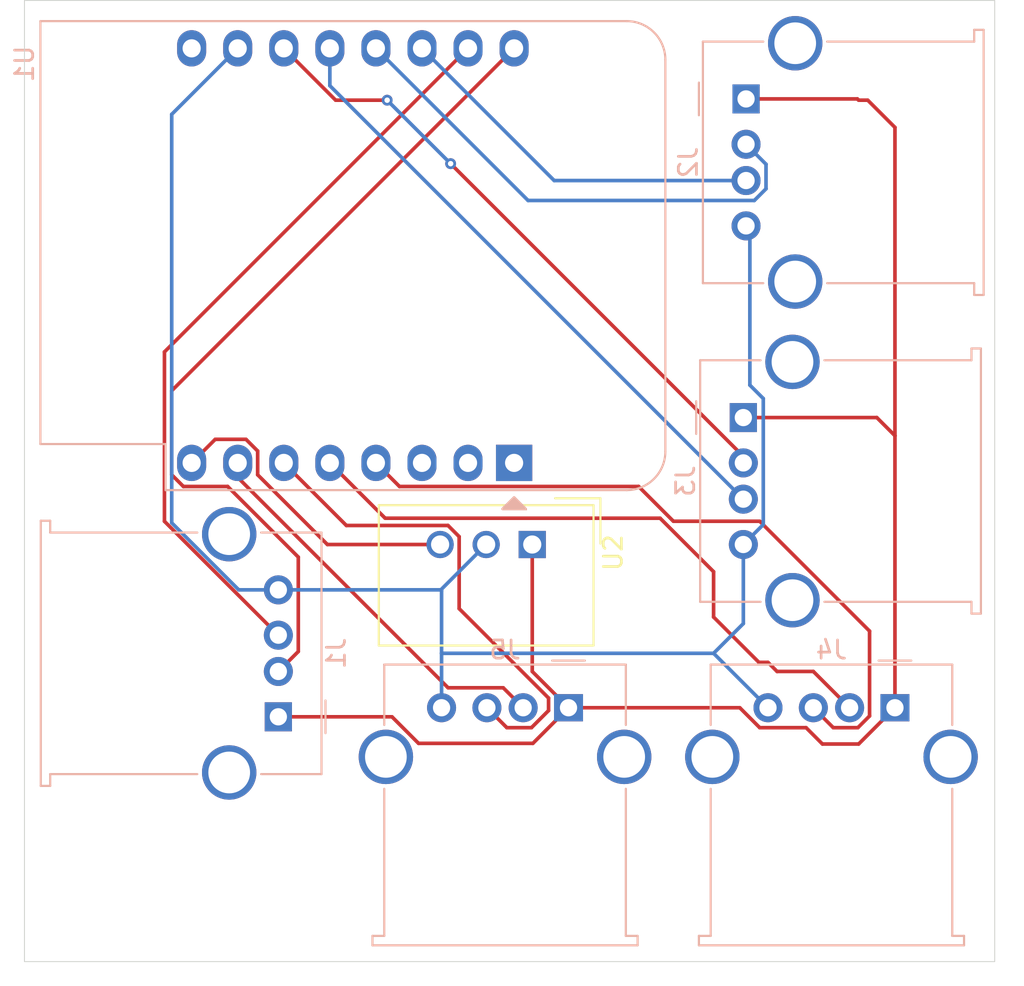
<source format=kicad_pcb>
(kicad_pcb (version 20240108) (generator "pcbnew") (generator_version "8.0")
  (layers (0 "F.Cu" signal) (31 "B.Cu" signal) (34 "B.Paste" user) (35 "F.Paste" user) (36 "B.SilkS" user "B.Silkscreen") (37 "F.SilkS" user "F.Silkscreen") (38 "B.Mask" user) (39 "F.Mask" user) (44 "Edge.Cuts" user))
  (net 0 "")
  (net 1 "Net-(J2-D+)")
  (net 3 "Net-(J4-D+)")
  (net 5 "Net-(J1-D+)")
  (net 7 "Net-(J5-D+)")
  (net 9 "Net-(J3-D-)")
  (net 10 "Net-(J5-D-)")
  (net 11 "Net-(J3-D+)")
  (net 12 "Net-(J2-D-)")
  (net 13 "Net-(U1-3V3)")
  (net 14 "Net-(J4-D-)")
  (net 15 "Net-(J1-D-)")
  (net 16 "Net-(J1-VBUS)")
  (footprint "Converter_DCDC:Converter_DCDC_TRACO_TSR1-xxxxE_THT" (layer "F.Cu") (at 98.5 127 -90)
    (property "Reference" "U2" (at 0.45 -4.46 90) (layer "F.SilkS"))
    (property "Value" "TSR1-2433E")
    (fp_line (start -2.17 8.46) (end 5.57 8.46) (stroke (width 0.12)) (layer "F.SilkS"))
    (fp_line (start -2.55 -1.26) (end -2.55 -3.76) (stroke (width 0.12)) (layer "F.SilkS"))
    (fp_line (start -2.17 -3.38) (end -2.17 8.46) (stroke (width 0.12)) (layer "F.SilkS"))
    (fp_line (start -2.17 -3.38) (end 5.57 -3.38) (stroke (width 0.12)) (layer "F.SilkS"))
    (fp_line (start 5.57 -3.38) (end 5.57 8.46) (stroke (width 0.12)) (layer "F.SilkS"))
    (fp_line (start -2.55 -3.76) (end -0.05 -3.76) (stroke (width 0.12)) (layer "F.SilkS"))
    (pad "1" thru_hole rect (at 0 0 270) (size 1.5 1.5) (drill 1) (layers "*.Cu" "*.Mask") (net 16 "Net-(J1-VBUS)"))
    (pad "2" thru_hole circle (at 0 2.54 270) (size 1.5 1.5) (drill 1) (layers "*.Cu" "*.Mask") (net 15 "Net-(J1-D-)"))
    (pad "3" thru_hole circle (at 0 5.08 270) (size 1.5 1.5) (drill 1) (layers "*.Cu" "*.Mask") (net 13 "Net-(U1-3V3)"))
  )
  (footprint "Connector_USB:USB_A_Molex_67643_Horizontal" (layer "B.Cu") (at 100.5 136 180)
    (property "Reference" "J5" (at 3.5 3.19 0) (layer "B.SilkS") (effects (justify mirror)))
    (property "Value" "USB_A")
    (fp_line (start 10.81 -12.58) (end 10.81 -13.1) (stroke (width 0.12)) (layer "B.SilkS"))
    (fp_line (start 10.81 -13.1) (end -3.81 -13.1) (stroke (width 0.12)) (layer "B.SilkS"))
    (fp_line (start 10.16 2.38) (end -3.16 2.38) (stroke (width 0.12)) (layer "B.SilkS"))
    (fp_line (start 10.16 -0.95) (end 10.16 2.38) (stroke (width 0.12)) (layer "B.SilkS"))
    (fp_line (start 10.16 -12.58) (end 10.81 -12.58) (stroke (width 0.12)) (layer "B.SilkS"))
    (fp_line (start 10.16 -12.58) (end 10.16 -4.47) (stroke (width 0.12)) (layer "B.SilkS"))
    (fp_line (start 0.9 2.6) (end -0.9 2.6) (stroke (width 0.12)) (layer "B.SilkS"))
    (fp_line (start -3.16 -0.95) (end -3.16 2.38) (stroke (width 0.12)) (layer "B.SilkS"))
    (fp_line (start -3.16 -4.47) (end -3.16 -12.58) (stroke (width 0.12)) (layer "B.SilkS"))
    (fp_line (start -3.81 -12.58) (end -3.16 -12.58) (stroke (width 0.12)) (layer "B.SilkS"))
    (fp_line (start -3.81 -13.1) (end -3.81 -12.58) (stroke (width 0.12)) (layer "B.SilkS"))
    (pad "1" thru_hole rect (at 0 0 180) (size 1.6 1.5) (drill 0.95) (layers "*.Cu" "*.Mask") (net 16 "Net-(J1-VBUS)"))
    (pad "2" thru_hole circle (at 2.5 0 180) (size 1.6 1.6) (drill 0.95) (layers "*.Cu" "*.Mask") (net 10 "Net-(J5-D-)"))
    (pad "3" thru_hole circle (at 4.5 0 180) (size 1.6 1.6) (drill 0.95) (layers "*.Cu" "*.Mask") (net 7 "Net-(J5-D+)"))
    (pad "4" thru_hole circle (at 7 0 180) (size 1.6 1.6) (drill 0.95) (layers "*.Cu" "*.Mask") (net 15 "Net-(J1-D-)"))
    (pad "5" thru_hole circle (at -3.07 -2.71 180) (size 3 3) (drill 2.3) (layers "*.Cu" "*.Mask"))
    (pad "5" thru_hole circle (at 10.07 -2.71 180) (size 3 3) (drill 2.3) (layers "*.Cu" "*.Mask"))
  )
  (footprint "Connector_USB:USB_A_Molex_67643_Horizontal" (layer "B.Cu") (at 110.14 120 -90)
    (property "Reference" "J3" (at 3.5 3.19 90) (layer "B.SilkS") (effects (justify mirror)))
    (property "Value" "USB_A")
    (fp_line (start 0.9 2.6) (end -0.9 2.6) (stroke (width 0.12)) (layer "B.SilkS"))
    (fp_line (start 10.16 2.38) (end -3.16 2.38) (stroke (width 0.12)) (layer "B.SilkS"))
    (fp_line (start -3.16 -0.95) (end -3.16 2.38) (stroke (width 0.12)) (layer "B.SilkS"))
    (fp_line (start 10.16 -0.95) (end 10.16 2.38) (stroke (width 0.12)) (layer "B.SilkS"))
    (fp_line (start -3.16 -4.47) (end -3.16 -12.58) (stroke (width 0.12)) (layer "B.SilkS"))
    (fp_line (start -3.81 -12.58) (end -3.16 -12.58) (stroke (width 0.12)) (layer "B.SilkS"))
    (fp_line (start 10.16 -12.58) (end 10.16 -4.47) (stroke (width 0.12)) (layer "B.SilkS"))
    (fp_line (start 10.16 -12.58) (end 10.81 -12.58) (stroke (width 0.12)) (layer "B.SilkS"))
    (fp_line (start 10.81 -12.58) (end 10.81 -13.1) (stroke (width 0.12)) (layer "B.SilkS"))
    (fp_line (start -3.81 -13.1) (end -3.81 -12.58) (stroke (width 0.12)) (layer "B.SilkS"))
    (fp_line (start 10.81 -13.1) (end -3.81 -13.1) (stroke (width 0.12)) (layer "B.SilkS"))
    (pad "1" thru_hole rect (at 0 0 270) (size 1.6 1.5) (drill 0.95) (layers "*.Cu" "*.Mask") (net 16 "Net-(J1-VBUS)"))
    (pad "2" thru_hole circle (at 2.5 0 270) (size 1.6 1.6) (drill 0.95) (layers "*.Cu" "*.Mask") (net 9 "Net-(J3-D-)"))
    (pad "3" thru_hole circle (at 4.5 0 270) (size 1.6 1.6) (drill 0.95) (layers "*.Cu" "*.Mask") (net 11 "Net-(J3-D+)"))
    (pad "4" thru_hole circle (at 7 0 270) (size 1.6 1.6) (drill 0.95) (layers "*.Cu" "*.Mask") (net 15 "Net-(J1-D-)"))
    (pad "5" thru_hole circle (at -3.07 -2.71 270) (size 3 3) (drill 2.3) (layers "*.Cu" "*.Mask"))
    (pad "5" thru_hole circle (at 10.07 -2.71 270) (size 3 3) (drill 2.3) (layers "*.Cu" "*.Mask"))
  )
  (footprint "Connector_USB:USB_A_Molex_67643_Horizontal" (layer "B.Cu") (at 84.5 136.5 90)
    (property "Reference" "J1" (at 3.5 3.19 90) (layer "B.SilkS") (effects (justify mirror)))
    (property "Value" "USB_A")
    (fp_line (start 10.81 -13.1) (end -3.81 -13.1) (stroke (width 0.12)) (layer "B.SilkS"))
    (fp_line (start -3.81 -13.1) (end -3.81 -12.58) (stroke (width 0.12)) (layer "B.SilkS"))
    (fp_line (start 10.81 -12.58) (end 10.81 -13.1) (stroke (width 0.12)) (layer "B.SilkS"))
    (fp_line (start 10.16 -12.58) (end 10.81 -12.58) (stroke (width 0.12)) (layer "B.SilkS"))
    (fp_line (start 10.16 -12.58) (end 10.16 -4.47) (stroke (width 0.12)) (layer "B.SilkS"))
    (fp_line (start -3.81 -12.58) (end -3.16 -12.58) (stroke (width 0.12)) (layer "B.SilkS"))
    (fp_line (start -3.16 -4.47) (end -3.16 -12.58) (stroke (width 0.12)) (layer "B.SilkS"))
    (fp_line (start 10.16 -0.95) (end 10.16 2.38) (stroke (width 0.12)) (layer "B.SilkS"))
    (fp_line (start -3.16 -0.95) (end -3.16 2.38) (stroke (width 0.12)) (layer "B.SilkS"))
    (fp_line (start 10.16 2.38) (end -3.16 2.38) (stroke (width 0.12)) (layer "B.SilkS"))
    (fp_line (start 0.9 2.6) (end -0.9 2.6) (stroke (width 0.12)) (layer "B.SilkS"))
    (pad "1" thru_hole rect (at 0 0 90) (size 1.6 1.5) (drill 0.95) (layers "*.Cu" "*.Mask") (net 16 "Net-(J1-VBUS)"))
    (pad "2" thru_hole circle (at 2.5 0 90) (size 1.6 1.6) (drill 0.95) (layers "*.Cu" "*.Mask") (net 15 "Net-(J1-D-)"))
    (pad "3" thru_hole circle (at 4.5 0 90) (size 1.6 1.6) (drill 0.95) (layers "*.Cu" "*.Mask") (net 5 "Net-(J1-D+)"))
    (pad "4" thru_hole circle (at 7 0 90) (size 1.6 1.6) (drill 0.95) (layers "*.Cu" "*.Mask") (net 15 "Net-(J1-D-)"))
    (pad "5" thru_hole circle (at -3.07 -2.71 90) (size 3 3) (drill 2.3) (layers "*.Cu" "*.Mask"))
    (pad "5" thru_hole circle (at 10.07 -2.71 90) (size 3 3) (drill 2.3) (layers "*.Cu" "*.Mask"))
  )
  (footprint "Module:WEMOS_D1_mini_light" (layer "B.Cu") (at 97.5 122.5 90)
    (property "Reference" "U1" (at 22 -27 90) (layer "B.SilkS") (effects (justify mirror)))
    (property "Value" "WeMos_D1_mini")
    (fp_line (start 24.36 -26.12) (end 1.04 -26.12) (stroke (width 0.12)) (layer "B.SilkS"))
    (fp_line (start 1.04 -26.12) (end 1.04 -19.22) (stroke (width 0.12)) (layer "B.SilkS"))
    (fp_line (start 1.04 -19.22) (end -1.5 -19.22) (stroke (width 0.12)) (layer "B.SilkS"))
    (fp_line (start 24.36 6.21) (end 24.36 -26.12) (stroke (width 0.12)) (layer "B.SilkS"))
    (fp_line (start -1.5 6.21) (end -1.5 -19.22) (stroke (width 0.12)) (layer "B.SilkS"))
    (fp_line (start 0.63 8.34) (end 22.24 8.34) (stroke (width 0.12)) (layer "B.SilkS"))
    (fp_arc (start 24.36 6.21) (mid 23.736137 7.716137) (end 22.23 8.34) (stroke (width 0.12)) (layer "B.SilkS"))
    (fp_arc (start 0.63 8.34) (mid -0.876137 7.716137) (end -1.5 6.21) (stroke (width 0.12)) (layer "B.SilkS"))
    (fp_poly (pts (xy -2.54 0.635) (xy -2.54 -0.635) (xy -1.905 0)) (stroke (width 0.15)) (fill solid) (layer "B.SilkS"))
    (pad "1" thru_hole rect (at 0 0 90) (size 2 2) (drill 1) (layers "*.Cu" "*.Mask"))
    (pad "2" thru_hole oval (at 0 -2.54 90) (size 2 1.6) (drill 1) (layers "*.Cu" "*.Mask"))
    (pad "3" thru_hole oval (at 0 -5.08 90) (size 2 1.6) (drill 1) (layers "*.Cu" "*.Mask"))
    (pad "4" thru_hole oval (at 0 -7.62 90) (size 2 1.6) (drill 1) (layers "*.Cu" "*.Mask") (net 3 "Net-(J4-D+)"))
    (pad "5" thru_hole oval (at 0 -10.16 90) (size 2 1.6) (drill 1) (layers "*.Cu" "*.Mask") (net 14 "Net-(J4-D-)"))
    (pad "6" thru_hole oval (at 0 -12.7 90) (size 2 1.6) (drill 1) (layers "*.Cu" "*.Mask") (net 7 "Net-(J5-D+)"))
    (pad "7" thru_hole oval (at 0 -15.24 90) (size 2 1.6) (drill 1) (layers "*.Cu" "*.Mask") (net 10 "Net-(J5-D-)"))
    (pad "8" thru_hole oval (at 0 -17.78 90) (size 2 1.6) (drill 1) (layers "*.Cu" "*.Mask") (net 13 "Net-(U1-3V3)"))
    (pad "9" thru_hole oval (at 22.86 -17.78 90) (size 2 1.6) (drill 1) (layers "*.Cu" "*.Mask"))
    (pad "10" thru_hole oval (at 22.86 -15.24 90) (size 2 1.6) (drill 1) (layers "*.Cu" "*.Mask") (net 15 "Net-(J1-D-)"))
    (pad "11" thru_hole oval (at 22.86 -12.7 90) (size 2 1.6) (drill 1) (layers "*.Cu" "*.Mask") (net 9 "Net-(J3-D-)"))
    (pad "12" thru_hole oval (at 22.86 -10.16 90) (size 2 1.6) (drill 1) (layers "*.Cu" "*.Mask") (net 11 "Net-(J3-D+)"))
    (pad "13" thru_hole oval (at 22.86 -7.62 90) (size 2 1.6) (drill 1) (layers "*.Cu" "*.Mask") (net 12 "Net-(J2-D-)"))
    (pad "14" thru_hole oval (at 22.86 -5.08 90) (size 2 1.6) (drill 1) (layers "*.Cu" "*.Mask") (net 1 "Net-(J2-D+)"))
    (pad "15" thru_hole oval (at 22.86 -2.54 90) (size 2 1.6) (drill 1) (layers "*.Cu" "*.Mask") (net 5 "Net-(J1-D+)"))
    (pad "16" thru_hole oval (at 22.86 0 90) (size 2 1.6) (drill 1) (layers "*.Cu" "*.Mask") (net 15 "Net-(J1-D-)"))
  )
  (footprint "Connector_USB:USB_A_Molex_67643_Horizontal" (layer "B.Cu") (at 118.5 136 180)
    (property "Reference" "J4" (at 3.5 3.19 0) (layer "B.SilkS") (effects (justify mirror)))
    (property "Value" "USB_A")
    (fp_line (start 10.81 -12.58) (end 10.81 -13.1) (stroke (width 0.12)) (layer "B.SilkS"))
    (fp_line (start 10.81 -13.1) (end -3.81 -13.1) (stroke (width 0.12)) (layer "B.SilkS"))
    (fp_line (start 10.16 2.38) (end -3.16 2.38) (stroke (width 0.12)) (layer "B.SilkS"))
    (fp_line (start 10.16 -0.95) (end 10.16 2.38) (stroke (width 0.12)) (layer "B.SilkS"))
    (fp_line (start 10.16 -12.58) (end 10.81 -12.58) (stroke (width 0.12)) (layer "B.SilkS"))
    (fp_line (start 10.16 -12.58) (end 10.16 -4.47) (stroke (width 0.12)) (layer "B.SilkS"))
    (fp_line (start 0.9 2.6) (end -0.9 2.6) (stroke (width 0.12)) (layer "B.SilkS"))
    (fp_line (start -3.16 -0.95) (end -3.16 2.38) (stroke (width 0.12)) (layer "B.SilkS"))
    (fp_line (start -3.16 -4.47) (end -3.16 -12.58) (stroke (width 0.12)) (layer "B.SilkS"))
    (fp_line (start -3.81 -12.58) (end -3.16 -12.58) (stroke (width 0.12)) (layer "B.SilkS"))
    (fp_line (start -3.81 -13.1) (end -3.81 -12.58) (stroke (width 0.12)) (layer "B.SilkS"))
    (pad "1" thru_hole rect (at 0 0 180) (size 1.6 1.5) (drill 0.95) (layers "*.Cu" "*.Mask") (net 16 "Net-(J1-VBUS)"))
    (pad "2" thru_hole circle (at 2.5 0 180) (size 1.6 1.6) (drill 0.95) (layers "*.Cu" "*.Mask") (net 14 "Net-(J4-D-)"))
    (pad "3" thru_hole circle (at 4.5 0 180) (size 1.6 1.6) (drill 0.95) (layers "*.Cu" "*.Mask") (net 3 "Net-(J4-D+)"))
    (pad "4" thru_hole circle (at 7 0 180) (size 1.6 1.6) (drill 0.95) (layers "*.Cu" "*.Mask") (net 15 "Net-(J1-D-)"))
    (pad "5" thru_hole circle (at -3.07 -2.71 180) (size 3 3) (drill 2.3) (layers "*.Cu" "*.Mask"))
    (pad "5" thru_hole circle (at 10.07 -2.71 180) (size 3 3) (drill 2.3) (layers "*.Cu" "*.Mask"))
  )
  (footprint "Connector_USB:USB_A_Molex_67643_Horizontal" (layer "B.Cu") (at 110.29 102.43 -90)
    (property "Reference" "J2" (at 3.5 3.19 90) (layer "B.SilkS") (effects (justify mirror)))
    (property "Value" "USB_A")
    (fp_line (start 0.9 2.6) (end -0.9 2.6) (stroke (width 0.12)) (layer "B.SilkS"))
    (fp_line (start 10.16 2.38) (end -3.16 2.38) (stroke (width 0.12)) (layer "B.SilkS"))
    (fp_line (start -3.16 -0.95) (end -3.16 2.38) (stroke (width 0.12)) (layer "B.SilkS"))
    (fp_line (start 10.16 -0.95) (end 10.16 2.38) (stroke (width 0.12)) (layer "B.SilkS"))
    (fp_line (start -3.16 -4.47) (end -3.16 -12.58) (stroke (width 0.12)) (layer "B.SilkS"))
    (fp_line (start -3.81 -12.58) (end -3.16 -12.58) (stroke (width 0.12)) (layer "B.SilkS"))
    (fp_line (start 10.16 -12.58) (end 10.16 -4.47) (stroke (width 0.12)) (layer "B.SilkS"))
    (fp_line (start 10.16 -12.58) (end 10.81 -12.58) (stroke (width 0.12)) (layer "B.SilkS"))
    (fp_line (start 10.81 -12.58) (end 10.81 -13.1) (stroke (width 0.12)) (layer "B.SilkS"))
    (fp_line (start -3.81 -13.1) (end -3.81 -12.58) (stroke (width 0.12)) (layer "B.SilkS"))
    (fp_line (start 10.81 -13.1) (end -3.81 -13.1) (stroke (width 0.12)) (layer "B.SilkS"))
    (pad "1" thru_hole rect (at 0 0 270) (size 1.6 1.5) (drill 0.95) (layers "*.Cu" "*.Mask") (net 16 "Net-(J1-VBUS)"))
    (pad "2" thru_hole circle (at 2.5 0 270) (size 1.6 1.6) (drill 0.95) (layers "*.Cu" "*.Mask") (net 12 "Net-(J2-D-)"))
    (pad "3" thru_hole circle (at 4.5 0 270) (size 1.6 1.6) (drill 0.95) (layers "*.Cu" "*.Mask") (net 1 "Net-(J2-D+)"))
    (pad "4" thru_hole circle (at 7 0 270) (size 1.6 1.6) (drill 0.95) (layers "*.Cu" "*.Mask") (net 15 "Net-(J1-D-)"))
    (pad "5" thru_hole circle (at -3.07 -2.71 270) (size 3 3) (drill 2.3) (layers "*.Cu" "*.Mask"))
    (pad "5" thru_hole circle (at 10.07 -2.71 270) (size 3 3) (drill 2.3) (layers "*.Cu" "*.Mask"))
  )
  (gr_rect (start 70.5 97) (end 124 150) (stroke (width 0.05)) (fill none) (layer "Edge.Cuts"))
  (segment (start 110.29 106.93) (end 99.71 106.93) (width 0.2) (layer "B.Cu") (net 1))
  (segment (start 99.71 106.93) (end 92.42 99.64) (width 0.2) (layer "B.Cu") (net 1))
  (segment (start 111.042742 125.717157) (end 106.282843 125.717157) (width 0.2) (layer "F.Cu") (net 3))
  (segment (start 117.1 131.774415) (end 111.042742 125.717157) (width 0.2) (layer "F.Cu") (net 3))
  (segment (start 117.1 136.455635) (end 117.1 131.774415) (width 0.2) (layer "F.Cu") (net 3))
  (segment (start 104.365686 123.8) (end 91.18 123.8) (width 0.2) (layer "F.Cu") (net 3))
  (segment (start 114 136) (end 115.1 137.1) (width 0.2) (layer "F.Cu") (net 3))
  (segment (start 106.282843 125.717157) (end 104.365686 123.8) (width 0.2) (layer "F.Cu") (net 3))
  (segment (start 91.18 123.8) (end 89.88 122.5) (width 0.2) (layer "F.Cu") (net 3))
  (segment (start 115.1 137.1) (end 116.455635 137.1) (width 0.2) (layer "F.Cu") (net 3))
  (segment (start 116.455635 137.1) (end 117.1 136.455635) (width 0.2) (layer "F.Cu") (net 3))
  (segment (start 78.22 125.72) (end 78.22 116.38) (width 0.2) (layer "F.Cu") (net 5))
  (segment (start 78.22 116.38) (end 94.96 99.64) (width 0.2) (layer "F.Cu") (net 5))
  (segment (start 84.5 132) (end 78.22 125.72) (width 0.2) (layer "F.Cu") (net 5))
  (segment (start 94.47 126.565075) (end 93.854925 125.95) (width 0.2) (layer "F.Cu") (net 7))
  (segment (start 98.455635 137.1) (end 99.4 136.155635) (width 0.2) (layer "F.Cu") (net 7))
  (segment (start 97.1 137.1) (end 98.455635 137.1) (width 0.2) (layer "F.Cu") (net 7))
  (segment (start 96 136) (end 97.1 137.1) (width 0.2) (layer "F.Cu") (net 7))
  (segment (start 88.25 125.95) (end 84.8 122.5) (width 0.2) (layer "F.Cu") (net 7))
  (segment (start 93.854925 125.95) (end 88.25 125.95) (width 0.2) (layer "F.Cu") (net 7))
  (segment (start 99.4 135.465686) (end 94.47 130.535686) (width 0.2) (layer "F.Cu") (net 7))
  (segment (start 99.4 136.155635) (end 99.4 135.465686) (width 0.2) (layer "F.Cu") (net 7))
  (segment (start 94.47 130.535686) (end 94.47 126.565075) (width 0.2) (layer "F.Cu") (net 7))
  (segment (start 87.66 102.5) (end 84.8 99.64) (width 0.2) (layer "F.Cu") (net 9))
  (segment (start 110.14 122.5) (end 110.14 122.14) (width 0.2) (layer "F.Cu") (net 9))
  (segment (start 90.5 102.5) (end 87.66 102.5) (width 0.2) (layer "F.Cu") (net 9))
  (segment (start 110.14 122.14) (end 94 106) (width 0.2) (layer "F.Cu") (net 9))
  (via (at 94 106) (size 0.6) (drill 0.3) (layers "F.Cu" "B.Cu") (net 9))
  (via (at 90.5 102.5) (size 0.6) (drill 0.3) (layers "F.Cu" "B.Cu") (net 9))
  (segment (start 94 106) (end 90.5 102.5) (width 0.2) (layer "B.Cu") (net 9))
  (segment (start 82.26 122.5) (end 82.26 123.3) (width 0.2) (layer "F.Cu") (net 10))
  (segment (start 82.26 123.3) (end 93.86 134.9) (width 0.2) (layer "F.Cu") (net 10))
  (segment (start 96.9 134.9) (end 98 136) (width 0.2) (layer "F.Cu") (net 10))
  (segment (start 93.86 134.9) (end 96.9 134.9) (width 0.2) (layer "F.Cu") (net 10))
  (segment (start 87.34 101.7) (end 87.34 99.64) (width 0.2) (layer "B.Cu") (net 11))
  (segment (start 110.14 124.5) (end 87.34 101.7) (width 0.2) (layer "B.Cu") (net 11))
  (segment (start 110.29 104.93) (end 111.39 106.03) (width 0.2) (layer "B.Cu") (net 12))
  (segment (start 110.745635 108.03) (end 98.27 108.03) (width 0.2) (layer "B.Cu") (net 12))
  (segment (start 111.39 106.03) (end 111.39 107.385635) (width 0.2) (layer "B.Cu") (net 12))
  (segment (start 111.39 107.385635) (end 110.745635 108.03) (width 0.2) (layer "B.Cu") (net 12))
  (segment (start 98.27 108.03) (end 89.88 99.64) (width 0.2) (layer "B.Cu") (net 12))
  (segment (start 82.715635 121.2) (end 81.02 121.2) (width 0.2) (layer "F.Cu") (net 13))
  (segment (start 83.36 121.844365) (end 82.715635 121.2) (width 0.2) (layer "F.Cu") (net 13))
  (segment (start 87.204365 127) (end 83.36 123.155635) (width 0.2) (layer "F.Cu") (net 13))
  (segment (start 93.42 127) (end 87.204365 127) (width 0.2) (layer "F.Cu") (net 13))
  (segment (start 81.02 121.2) (end 79.72 122.5) (width 0.2) (layer "F.Cu") (net 13))
  (segment (start 83.36 123.155635) (end 83.36 121.844365) (width 0.2) (layer "F.Cu") (net 13))
  (segment (start 112 134) (end 111.5 133.5) (width 0.2) (layer "F.Cu") (net 14))
  (segment (start 111.5 133.5) (end 111 133.5) (width 0.2) (layer "F.Cu") (net 14))
  (segment (start 114 134) (end 112 134) (width 0.2) (layer "F.Cu") (net 14))
  (segment (start 87.34 122.5) (end 90.39 125.55) (width 0.2) (layer "F.Cu") (net 14))
  (segment (start 111 133.5) (end 108.5 131) (width 0.2) (layer "F.Cu") (net 14))
  (segment (start 105.55 125.55) (end 108.5 128.5) (width 0.2) (layer "F.Cu") (net 14))
  (segment (start 116 136) (end 114 134) (width 0.2) (layer "F.Cu") (net 14))
  (segment (start 90.39 125.55) (end 105.55 125.55) (width 0.2) (layer "F.Cu") (net 14))
  (segment (start 108.5 128.5) (end 108.5 131) (width 0.2) (layer "F.Cu") (net 14))
  (segment (start 81.705585 123.8) (end 79.264365 123.8) (width 0.2) (layer "F.Cu") (net 15))
  (segment (start 78.62 118.52) (end 97.5 99.64) (width 0.2) (layer "F.Cu") (net 15))
  (segment (start 78.62 123.155635) (end 78.62 118.52) (width 0.2) (layer "F.Cu") (net 15))
  (segment (start 85.6 132.9) (end 85.6 127.694415) (width 0.2) (layer "F.Cu") (net 15))
  (segment (start 85.6 127.694415) (end 81.705585 123.8) (width 0.2) (layer "F.Cu") (net 15))
  (segment (start 79.264365 123.8) (end 78.62 123.155635) (width 0.2) (layer "F.Cu") (net 15))
  (segment (start 84.5 134) (end 85.6 132.9) (width 0.2) (layer "F.Cu") (net 15))
  (segment (start 78.62 103.28) (end 82.26 99.64) (width 0.2) (layer "B.Cu") (net 15))
  (segment (start 93.46 129.5) (end 95.96 127) (width 0.2) (layer "B.Cu") (net 15))
  (segment (start 110.5 109.64) (end 110.29 109.43) (width 0.2) (layer "B.Cu") (net 15))
  (segment (start 93.5 133) (end 108.5 133) (width 0.2) (layer "B.Cu") (net 15))
  (segment (start 84.5 129.5) (end 82.314415 129.5) (width 0.2) (layer "B.Cu") (net 15))
  (segment (start 84.5 129.5) (end 93.46 129.5) (width 0.2) (layer "B.Cu") (net 15))
  (segment (start 111.24 118.95) (end 110.5 118.21) (width 0.2) (layer "B.Cu") (net 15))
  (segment (start 110.14 127) (end 111.24 125.9) (width 0.2) (layer "B.Cu") (net 15))
  (segment (start 110.5 118.21) (end 110.5 109.64) (width 0.2) (layer "B.Cu") (net 15))
  (segment (start 93.5 129.54) (end 93.5 133) (width 0.2) (layer "B.Cu") (net 15))
  (segment (start 110.14 131.36) (end 110.14 127) (width 0.2) (layer "B.Cu") (net 15))
  (segment (start 108.5 133) (end 111.5 136) (width 0.2) (layer "B.Cu") (net 15))
  (segment (start 82.314415 129.5) (end 78.62 125.805585) (width 0.2) (layer "B.Cu") (net 15))
  (segment (start 108.5 133) (end 110.14 131.36) (width 0.2) (layer "B.Cu") (net 15))
  (segment (start 93.46 129.5) (end 93.5 129.54) (width 0.2) (layer "B.Cu") (net 15))
  (segment (start 78.62 125.805585) (end 78.62 103.28) (width 0.2) (layer "B.Cu") (net 15))
  (segment (start 111.24 125.9) (end 111.24 118.95) (width 0.2) (layer "B.Cu") (net 15))
  (segment (start 93.5 133) (end 93.5 136) (width 0.2) (layer "B.Cu") (net 15))
  (segment (start 98.5 134) (end 100.5 136) (width 0.2) (layer "F.Cu") (net 16))
  (segment (start 92.23 137.964415) (end 90.765585 136.5) (width 0.2) (layer "F.Cu") (net 16))
  (segment (start 118.5 104) (end 117 102.5) (width 0.2) (layer "F.Cu") (net 16))
  (segment (start 116.43 102.43) (end 110.29 102.43) (width 0.2) (layer "F.Cu") (net 16))
  (segment (start 90.765585 136.5) (end 84.5 136.5) (width 0.2) (layer "F.Cu") (net 16))
  (segment (start 117 102.5) (end 116.5 102.5) (width 0.2) (layer "F.Cu") (net 16))
  (segment (start 114.5 138) (end 116.5 138) (width 0.2) (layer "F.Cu") (net 16))
  (segment (start 116.5 138) (end 118.5 136) (width 0.2) (layer "F.Cu") (net 16))
  (segment (start 109.944365 136) (end 111.044365 137.1) (width 0.2) (layer "F.Cu") (net 16))
  (segment (start 118.5 121) (end 118.5 104) (width 0.2) (layer "F.Cu") (net 16))
  (segment (start 116.5 102.5) (end 116.43 102.43) (width 0.2) (layer "F.Cu") (net 16))
  (segment (start 118.5 136) (end 118.5 121) (width 0.2) (layer "F.Cu") (net 16))
  (segment (start 118.5 121) (end 117.5 120) (width 0.2) (layer "F.Cu") (net 16))
  (segment (start 117.5 120) (end 110.14 120) (width 0.2) (layer "F.Cu") (net 16))
  (segment (start 113.6 137.1) (end 114.5 138) (width 0.2) (layer "F.Cu") (net 16))
  (segment (start 98.535585 137.964415) (end 92.23 137.964415) (width 0.2) (layer "F.Cu") (net 16))
  (segment (start 98.5 127) (end 98.5 134) (width 0.2) (layer "F.Cu") (net 16))
  (segment (start 111.044365 137.1) (end 113.6 137.1) (width 0.2) (layer "F.Cu") (net 16))
  (segment (start 100.5 136) (end 98.535585 137.964415) (width 0.2) (layer "F.Cu") (net 16))
  (segment (start 100.5 136) (end 109.944365 136) (width 0.2) (layer "F.Cu") (net 16))
)
</source>
